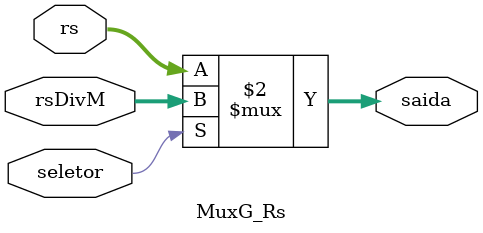
<source format=v>
module MuxG_Rs (
    input wire seletor,
    input wire [31:0] rs,
    input wire [31:0] rsDivM,
    output wire [31:0] saida
);

assign saida = (seletor == 1'b0) ? rs : rsDivM;
endmodule
</source>
